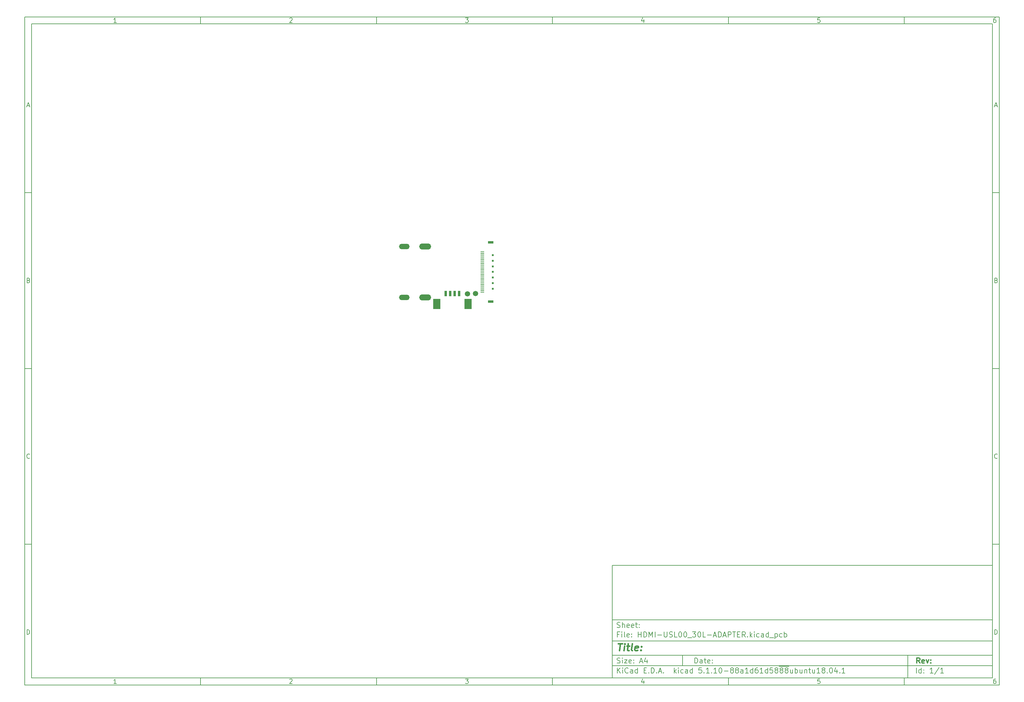
<source format=gbr>
%TF.GenerationSoftware,KiCad,Pcbnew,5.1.10-88a1d61d58~88~ubuntu18.04.1*%
%TF.CreationDate,2021-11-15T16:26:48+07:00*%
%TF.ProjectId,HDMI-USL00_30L-ADAPTER,48444d49-2d55-4534-9c30-305f33304c2d,rev?*%
%TF.SameCoordinates,Original*%
%TF.FileFunction,Soldermask,Bot*%
%TF.FilePolarity,Negative*%
%FSLAX46Y46*%
G04 Gerber Fmt 4.6, Leading zero omitted, Abs format (unit mm)*
G04 Created by KiCad (PCBNEW 5.1.10-88a1d61d58~88~ubuntu18.04.1) date 2021-11-15 16:26:48*
%MOMM*%
%LPD*%
G01*
G04 APERTURE LIST*
%ADD10C,0.100000*%
%ADD11C,0.150000*%
%ADD12C,0.300000*%
%ADD13C,0.400000*%
%ADD14C,1.500000*%
%ADD15R,1.550000X0.800000*%
%ADD16R,0.600000X0.500000*%
%ADD17R,1.100000X0.200000*%
%ADD18R,2.100000X3.000000*%
%ADD19R,0.800000X1.600000*%
%ADD20O,3.000000X1.500000*%
%ADD21O,3.400000X1.700000*%
G04 APERTURE END LIST*
D10*
D11*
X177002200Y-166007200D02*
X177002200Y-198007200D01*
X285002200Y-198007200D01*
X285002200Y-166007200D01*
X177002200Y-166007200D01*
D10*
D11*
X10000000Y-10000000D02*
X10000000Y-200007200D01*
X287002200Y-200007200D01*
X287002200Y-10000000D01*
X10000000Y-10000000D01*
D10*
D11*
X12000000Y-12000000D02*
X12000000Y-198007200D01*
X285002200Y-198007200D01*
X285002200Y-12000000D01*
X12000000Y-12000000D01*
D10*
D11*
X60000000Y-12000000D02*
X60000000Y-10000000D01*
D10*
D11*
X110000000Y-12000000D02*
X110000000Y-10000000D01*
D10*
D11*
X160000000Y-12000000D02*
X160000000Y-10000000D01*
D10*
D11*
X210000000Y-12000000D02*
X210000000Y-10000000D01*
D10*
D11*
X260000000Y-12000000D02*
X260000000Y-10000000D01*
D10*
D11*
X36065476Y-11588095D02*
X35322619Y-11588095D01*
X35694047Y-11588095D02*
X35694047Y-10288095D01*
X35570238Y-10473809D01*
X35446428Y-10597619D01*
X35322619Y-10659523D01*
D10*
D11*
X85322619Y-10411904D02*
X85384523Y-10350000D01*
X85508333Y-10288095D01*
X85817857Y-10288095D01*
X85941666Y-10350000D01*
X86003571Y-10411904D01*
X86065476Y-10535714D01*
X86065476Y-10659523D01*
X86003571Y-10845238D01*
X85260714Y-11588095D01*
X86065476Y-11588095D01*
D10*
D11*
X135260714Y-10288095D02*
X136065476Y-10288095D01*
X135632142Y-10783333D01*
X135817857Y-10783333D01*
X135941666Y-10845238D01*
X136003571Y-10907142D01*
X136065476Y-11030952D01*
X136065476Y-11340476D01*
X136003571Y-11464285D01*
X135941666Y-11526190D01*
X135817857Y-11588095D01*
X135446428Y-11588095D01*
X135322619Y-11526190D01*
X135260714Y-11464285D01*
D10*
D11*
X185941666Y-10721428D02*
X185941666Y-11588095D01*
X185632142Y-10226190D02*
X185322619Y-11154761D01*
X186127380Y-11154761D01*
D10*
D11*
X236003571Y-10288095D02*
X235384523Y-10288095D01*
X235322619Y-10907142D01*
X235384523Y-10845238D01*
X235508333Y-10783333D01*
X235817857Y-10783333D01*
X235941666Y-10845238D01*
X236003571Y-10907142D01*
X236065476Y-11030952D01*
X236065476Y-11340476D01*
X236003571Y-11464285D01*
X235941666Y-11526190D01*
X235817857Y-11588095D01*
X235508333Y-11588095D01*
X235384523Y-11526190D01*
X235322619Y-11464285D01*
D10*
D11*
X285941666Y-10288095D02*
X285694047Y-10288095D01*
X285570238Y-10350000D01*
X285508333Y-10411904D01*
X285384523Y-10597619D01*
X285322619Y-10845238D01*
X285322619Y-11340476D01*
X285384523Y-11464285D01*
X285446428Y-11526190D01*
X285570238Y-11588095D01*
X285817857Y-11588095D01*
X285941666Y-11526190D01*
X286003571Y-11464285D01*
X286065476Y-11340476D01*
X286065476Y-11030952D01*
X286003571Y-10907142D01*
X285941666Y-10845238D01*
X285817857Y-10783333D01*
X285570238Y-10783333D01*
X285446428Y-10845238D01*
X285384523Y-10907142D01*
X285322619Y-11030952D01*
D10*
D11*
X60000000Y-198007200D02*
X60000000Y-200007200D01*
D10*
D11*
X110000000Y-198007200D02*
X110000000Y-200007200D01*
D10*
D11*
X160000000Y-198007200D02*
X160000000Y-200007200D01*
D10*
D11*
X210000000Y-198007200D02*
X210000000Y-200007200D01*
D10*
D11*
X260000000Y-198007200D02*
X260000000Y-200007200D01*
D10*
D11*
X36065476Y-199595295D02*
X35322619Y-199595295D01*
X35694047Y-199595295D02*
X35694047Y-198295295D01*
X35570238Y-198481009D01*
X35446428Y-198604819D01*
X35322619Y-198666723D01*
D10*
D11*
X85322619Y-198419104D02*
X85384523Y-198357200D01*
X85508333Y-198295295D01*
X85817857Y-198295295D01*
X85941666Y-198357200D01*
X86003571Y-198419104D01*
X86065476Y-198542914D01*
X86065476Y-198666723D01*
X86003571Y-198852438D01*
X85260714Y-199595295D01*
X86065476Y-199595295D01*
D10*
D11*
X135260714Y-198295295D02*
X136065476Y-198295295D01*
X135632142Y-198790533D01*
X135817857Y-198790533D01*
X135941666Y-198852438D01*
X136003571Y-198914342D01*
X136065476Y-199038152D01*
X136065476Y-199347676D01*
X136003571Y-199471485D01*
X135941666Y-199533390D01*
X135817857Y-199595295D01*
X135446428Y-199595295D01*
X135322619Y-199533390D01*
X135260714Y-199471485D01*
D10*
D11*
X185941666Y-198728628D02*
X185941666Y-199595295D01*
X185632142Y-198233390D02*
X185322619Y-199161961D01*
X186127380Y-199161961D01*
D10*
D11*
X236003571Y-198295295D02*
X235384523Y-198295295D01*
X235322619Y-198914342D01*
X235384523Y-198852438D01*
X235508333Y-198790533D01*
X235817857Y-198790533D01*
X235941666Y-198852438D01*
X236003571Y-198914342D01*
X236065476Y-199038152D01*
X236065476Y-199347676D01*
X236003571Y-199471485D01*
X235941666Y-199533390D01*
X235817857Y-199595295D01*
X235508333Y-199595295D01*
X235384523Y-199533390D01*
X235322619Y-199471485D01*
D10*
D11*
X285941666Y-198295295D02*
X285694047Y-198295295D01*
X285570238Y-198357200D01*
X285508333Y-198419104D01*
X285384523Y-198604819D01*
X285322619Y-198852438D01*
X285322619Y-199347676D01*
X285384523Y-199471485D01*
X285446428Y-199533390D01*
X285570238Y-199595295D01*
X285817857Y-199595295D01*
X285941666Y-199533390D01*
X286003571Y-199471485D01*
X286065476Y-199347676D01*
X286065476Y-199038152D01*
X286003571Y-198914342D01*
X285941666Y-198852438D01*
X285817857Y-198790533D01*
X285570238Y-198790533D01*
X285446428Y-198852438D01*
X285384523Y-198914342D01*
X285322619Y-199038152D01*
D10*
D11*
X10000000Y-60000000D02*
X12000000Y-60000000D01*
D10*
D11*
X10000000Y-110000000D02*
X12000000Y-110000000D01*
D10*
D11*
X10000000Y-160000000D02*
X12000000Y-160000000D01*
D10*
D11*
X10690476Y-35216666D02*
X11309523Y-35216666D01*
X10566666Y-35588095D02*
X11000000Y-34288095D01*
X11433333Y-35588095D01*
D10*
D11*
X11092857Y-84907142D02*
X11278571Y-84969047D01*
X11340476Y-85030952D01*
X11402380Y-85154761D01*
X11402380Y-85340476D01*
X11340476Y-85464285D01*
X11278571Y-85526190D01*
X11154761Y-85588095D01*
X10659523Y-85588095D01*
X10659523Y-84288095D01*
X11092857Y-84288095D01*
X11216666Y-84350000D01*
X11278571Y-84411904D01*
X11340476Y-84535714D01*
X11340476Y-84659523D01*
X11278571Y-84783333D01*
X11216666Y-84845238D01*
X11092857Y-84907142D01*
X10659523Y-84907142D01*
D10*
D11*
X11402380Y-135464285D02*
X11340476Y-135526190D01*
X11154761Y-135588095D01*
X11030952Y-135588095D01*
X10845238Y-135526190D01*
X10721428Y-135402380D01*
X10659523Y-135278571D01*
X10597619Y-135030952D01*
X10597619Y-134845238D01*
X10659523Y-134597619D01*
X10721428Y-134473809D01*
X10845238Y-134350000D01*
X11030952Y-134288095D01*
X11154761Y-134288095D01*
X11340476Y-134350000D01*
X11402380Y-134411904D01*
D10*
D11*
X10659523Y-185588095D02*
X10659523Y-184288095D01*
X10969047Y-184288095D01*
X11154761Y-184350000D01*
X11278571Y-184473809D01*
X11340476Y-184597619D01*
X11402380Y-184845238D01*
X11402380Y-185030952D01*
X11340476Y-185278571D01*
X11278571Y-185402380D01*
X11154761Y-185526190D01*
X10969047Y-185588095D01*
X10659523Y-185588095D01*
D10*
D11*
X287002200Y-60000000D02*
X285002200Y-60000000D01*
D10*
D11*
X287002200Y-110000000D02*
X285002200Y-110000000D01*
D10*
D11*
X287002200Y-160000000D02*
X285002200Y-160000000D01*
D10*
D11*
X285692676Y-35216666D02*
X286311723Y-35216666D01*
X285568866Y-35588095D02*
X286002200Y-34288095D01*
X286435533Y-35588095D01*
D10*
D11*
X286095057Y-84907142D02*
X286280771Y-84969047D01*
X286342676Y-85030952D01*
X286404580Y-85154761D01*
X286404580Y-85340476D01*
X286342676Y-85464285D01*
X286280771Y-85526190D01*
X286156961Y-85588095D01*
X285661723Y-85588095D01*
X285661723Y-84288095D01*
X286095057Y-84288095D01*
X286218866Y-84350000D01*
X286280771Y-84411904D01*
X286342676Y-84535714D01*
X286342676Y-84659523D01*
X286280771Y-84783333D01*
X286218866Y-84845238D01*
X286095057Y-84907142D01*
X285661723Y-84907142D01*
D10*
D11*
X286404580Y-135464285D02*
X286342676Y-135526190D01*
X286156961Y-135588095D01*
X286033152Y-135588095D01*
X285847438Y-135526190D01*
X285723628Y-135402380D01*
X285661723Y-135278571D01*
X285599819Y-135030952D01*
X285599819Y-134845238D01*
X285661723Y-134597619D01*
X285723628Y-134473809D01*
X285847438Y-134350000D01*
X286033152Y-134288095D01*
X286156961Y-134288095D01*
X286342676Y-134350000D01*
X286404580Y-134411904D01*
D10*
D11*
X285661723Y-185588095D02*
X285661723Y-184288095D01*
X285971247Y-184288095D01*
X286156961Y-184350000D01*
X286280771Y-184473809D01*
X286342676Y-184597619D01*
X286404580Y-184845238D01*
X286404580Y-185030952D01*
X286342676Y-185278571D01*
X286280771Y-185402380D01*
X286156961Y-185526190D01*
X285971247Y-185588095D01*
X285661723Y-185588095D01*
D10*
D11*
X200434342Y-193785771D02*
X200434342Y-192285771D01*
X200791485Y-192285771D01*
X201005771Y-192357200D01*
X201148628Y-192500057D01*
X201220057Y-192642914D01*
X201291485Y-192928628D01*
X201291485Y-193142914D01*
X201220057Y-193428628D01*
X201148628Y-193571485D01*
X201005771Y-193714342D01*
X200791485Y-193785771D01*
X200434342Y-193785771D01*
X202577200Y-193785771D02*
X202577200Y-193000057D01*
X202505771Y-192857200D01*
X202362914Y-192785771D01*
X202077200Y-192785771D01*
X201934342Y-192857200D01*
X202577200Y-193714342D02*
X202434342Y-193785771D01*
X202077200Y-193785771D01*
X201934342Y-193714342D01*
X201862914Y-193571485D01*
X201862914Y-193428628D01*
X201934342Y-193285771D01*
X202077200Y-193214342D01*
X202434342Y-193214342D01*
X202577200Y-193142914D01*
X203077200Y-192785771D02*
X203648628Y-192785771D01*
X203291485Y-192285771D02*
X203291485Y-193571485D01*
X203362914Y-193714342D01*
X203505771Y-193785771D01*
X203648628Y-193785771D01*
X204720057Y-193714342D02*
X204577200Y-193785771D01*
X204291485Y-193785771D01*
X204148628Y-193714342D01*
X204077200Y-193571485D01*
X204077200Y-193000057D01*
X204148628Y-192857200D01*
X204291485Y-192785771D01*
X204577200Y-192785771D01*
X204720057Y-192857200D01*
X204791485Y-193000057D01*
X204791485Y-193142914D01*
X204077200Y-193285771D01*
X205434342Y-193642914D02*
X205505771Y-193714342D01*
X205434342Y-193785771D01*
X205362914Y-193714342D01*
X205434342Y-193642914D01*
X205434342Y-193785771D01*
X205434342Y-192857200D02*
X205505771Y-192928628D01*
X205434342Y-193000057D01*
X205362914Y-192928628D01*
X205434342Y-192857200D01*
X205434342Y-193000057D01*
D10*
D11*
X177002200Y-194507200D02*
X285002200Y-194507200D01*
D10*
D11*
X178434342Y-196585771D02*
X178434342Y-195085771D01*
X179291485Y-196585771D02*
X178648628Y-195728628D01*
X179291485Y-195085771D02*
X178434342Y-195942914D01*
X179934342Y-196585771D02*
X179934342Y-195585771D01*
X179934342Y-195085771D02*
X179862914Y-195157200D01*
X179934342Y-195228628D01*
X180005771Y-195157200D01*
X179934342Y-195085771D01*
X179934342Y-195228628D01*
X181505771Y-196442914D02*
X181434342Y-196514342D01*
X181220057Y-196585771D01*
X181077200Y-196585771D01*
X180862914Y-196514342D01*
X180720057Y-196371485D01*
X180648628Y-196228628D01*
X180577200Y-195942914D01*
X180577200Y-195728628D01*
X180648628Y-195442914D01*
X180720057Y-195300057D01*
X180862914Y-195157200D01*
X181077200Y-195085771D01*
X181220057Y-195085771D01*
X181434342Y-195157200D01*
X181505771Y-195228628D01*
X182791485Y-196585771D02*
X182791485Y-195800057D01*
X182720057Y-195657200D01*
X182577200Y-195585771D01*
X182291485Y-195585771D01*
X182148628Y-195657200D01*
X182791485Y-196514342D02*
X182648628Y-196585771D01*
X182291485Y-196585771D01*
X182148628Y-196514342D01*
X182077200Y-196371485D01*
X182077200Y-196228628D01*
X182148628Y-196085771D01*
X182291485Y-196014342D01*
X182648628Y-196014342D01*
X182791485Y-195942914D01*
X184148628Y-196585771D02*
X184148628Y-195085771D01*
X184148628Y-196514342D02*
X184005771Y-196585771D01*
X183720057Y-196585771D01*
X183577200Y-196514342D01*
X183505771Y-196442914D01*
X183434342Y-196300057D01*
X183434342Y-195871485D01*
X183505771Y-195728628D01*
X183577200Y-195657200D01*
X183720057Y-195585771D01*
X184005771Y-195585771D01*
X184148628Y-195657200D01*
X186005771Y-195800057D02*
X186505771Y-195800057D01*
X186720057Y-196585771D02*
X186005771Y-196585771D01*
X186005771Y-195085771D01*
X186720057Y-195085771D01*
X187362914Y-196442914D02*
X187434342Y-196514342D01*
X187362914Y-196585771D01*
X187291485Y-196514342D01*
X187362914Y-196442914D01*
X187362914Y-196585771D01*
X188077200Y-196585771D02*
X188077200Y-195085771D01*
X188434342Y-195085771D01*
X188648628Y-195157200D01*
X188791485Y-195300057D01*
X188862914Y-195442914D01*
X188934342Y-195728628D01*
X188934342Y-195942914D01*
X188862914Y-196228628D01*
X188791485Y-196371485D01*
X188648628Y-196514342D01*
X188434342Y-196585771D01*
X188077200Y-196585771D01*
X189577200Y-196442914D02*
X189648628Y-196514342D01*
X189577200Y-196585771D01*
X189505771Y-196514342D01*
X189577200Y-196442914D01*
X189577200Y-196585771D01*
X190220057Y-196157200D02*
X190934342Y-196157200D01*
X190077200Y-196585771D02*
X190577200Y-195085771D01*
X191077200Y-196585771D01*
X191577200Y-196442914D02*
X191648628Y-196514342D01*
X191577200Y-196585771D01*
X191505771Y-196514342D01*
X191577200Y-196442914D01*
X191577200Y-196585771D01*
X194577200Y-196585771D02*
X194577200Y-195085771D01*
X194720057Y-196014342D02*
X195148628Y-196585771D01*
X195148628Y-195585771D02*
X194577200Y-196157200D01*
X195791485Y-196585771D02*
X195791485Y-195585771D01*
X195791485Y-195085771D02*
X195720057Y-195157200D01*
X195791485Y-195228628D01*
X195862914Y-195157200D01*
X195791485Y-195085771D01*
X195791485Y-195228628D01*
X197148628Y-196514342D02*
X197005771Y-196585771D01*
X196720057Y-196585771D01*
X196577200Y-196514342D01*
X196505771Y-196442914D01*
X196434342Y-196300057D01*
X196434342Y-195871485D01*
X196505771Y-195728628D01*
X196577200Y-195657200D01*
X196720057Y-195585771D01*
X197005771Y-195585771D01*
X197148628Y-195657200D01*
X198434342Y-196585771D02*
X198434342Y-195800057D01*
X198362914Y-195657200D01*
X198220057Y-195585771D01*
X197934342Y-195585771D01*
X197791485Y-195657200D01*
X198434342Y-196514342D02*
X198291485Y-196585771D01*
X197934342Y-196585771D01*
X197791485Y-196514342D01*
X197720057Y-196371485D01*
X197720057Y-196228628D01*
X197791485Y-196085771D01*
X197934342Y-196014342D01*
X198291485Y-196014342D01*
X198434342Y-195942914D01*
X199791485Y-196585771D02*
X199791485Y-195085771D01*
X199791485Y-196514342D02*
X199648628Y-196585771D01*
X199362914Y-196585771D01*
X199220057Y-196514342D01*
X199148628Y-196442914D01*
X199077200Y-196300057D01*
X199077200Y-195871485D01*
X199148628Y-195728628D01*
X199220057Y-195657200D01*
X199362914Y-195585771D01*
X199648628Y-195585771D01*
X199791485Y-195657200D01*
X202362914Y-195085771D02*
X201648628Y-195085771D01*
X201577200Y-195800057D01*
X201648628Y-195728628D01*
X201791485Y-195657200D01*
X202148628Y-195657200D01*
X202291485Y-195728628D01*
X202362914Y-195800057D01*
X202434342Y-195942914D01*
X202434342Y-196300057D01*
X202362914Y-196442914D01*
X202291485Y-196514342D01*
X202148628Y-196585771D01*
X201791485Y-196585771D01*
X201648628Y-196514342D01*
X201577200Y-196442914D01*
X203077200Y-196442914D02*
X203148628Y-196514342D01*
X203077200Y-196585771D01*
X203005771Y-196514342D01*
X203077200Y-196442914D01*
X203077200Y-196585771D01*
X204577200Y-196585771D02*
X203720057Y-196585771D01*
X204148628Y-196585771D02*
X204148628Y-195085771D01*
X204005771Y-195300057D01*
X203862914Y-195442914D01*
X203720057Y-195514342D01*
X205220057Y-196442914D02*
X205291485Y-196514342D01*
X205220057Y-196585771D01*
X205148628Y-196514342D01*
X205220057Y-196442914D01*
X205220057Y-196585771D01*
X206720057Y-196585771D02*
X205862914Y-196585771D01*
X206291485Y-196585771D02*
X206291485Y-195085771D01*
X206148628Y-195300057D01*
X206005771Y-195442914D01*
X205862914Y-195514342D01*
X207648628Y-195085771D02*
X207791485Y-195085771D01*
X207934342Y-195157200D01*
X208005771Y-195228628D01*
X208077200Y-195371485D01*
X208148628Y-195657200D01*
X208148628Y-196014342D01*
X208077200Y-196300057D01*
X208005771Y-196442914D01*
X207934342Y-196514342D01*
X207791485Y-196585771D01*
X207648628Y-196585771D01*
X207505771Y-196514342D01*
X207434342Y-196442914D01*
X207362914Y-196300057D01*
X207291485Y-196014342D01*
X207291485Y-195657200D01*
X207362914Y-195371485D01*
X207434342Y-195228628D01*
X207505771Y-195157200D01*
X207648628Y-195085771D01*
X208791485Y-196014342D02*
X209934342Y-196014342D01*
X210862914Y-195728628D02*
X210720057Y-195657200D01*
X210648628Y-195585771D01*
X210577200Y-195442914D01*
X210577200Y-195371485D01*
X210648628Y-195228628D01*
X210720057Y-195157200D01*
X210862914Y-195085771D01*
X211148628Y-195085771D01*
X211291485Y-195157200D01*
X211362914Y-195228628D01*
X211434342Y-195371485D01*
X211434342Y-195442914D01*
X211362914Y-195585771D01*
X211291485Y-195657200D01*
X211148628Y-195728628D01*
X210862914Y-195728628D01*
X210720057Y-195800057D01*
X210648628Y-195871485D01*
X210577200Y-196014342D01*
X210577200Y-196300057D01*
X210648628Y-196442914D01*
X210720057Y-196514342D01*
X210862914Y-196585771D01*
X211148628Y-196585771D01*
X211291485Y-196514342D01*
X211362914Y-196442914D01*
X211434342Y-196300057D01*
X211434342Y-196014342D01*
X211362914Y-195871485D01*
X211291485Y-195800057D01*
X211148628Y-195728628D01*
X212291485Y-195728628D02*
X212148628Y-195657200D01*
X212077200Y-195585771D01*
X212005771Y-195442914D01*
X212005771Y-195371485D01*
X212077200Y-195228628D01*
X212148628Y-195157200D01*
X212291485Y-195085771D01*
X212577200Y-195085771D01*
X212720057Y-195157200D01*
X212791485Y-195228628D01*
X212862914Y-195371485D01*
X212862914Y-195442914D01*
X212791485Y-195585771D01*
X212720057Y-195657200D01*
X212577200Y-195728628D01*
X212291485Y-195728628D01*
X212148628Y-195800057D01*
X212077200Y-195871485D01*
X212005771Y-196014342D01*
X212005771Y-196300057D01*
X212077200Y-196442914D01*
X212148628Y-196514342D01*
X212291485Y-196585771D01*
X212577200Y-196585771D01*
X212720057Y-196514342D01*
X212791485Y-196442914D01*
X212862914Y-196300057D01*
X212862914Y-196014342D01*
X212791485Y-195871485D01*
X212720057Y-195800057D01*
X212577200Y-195728628D01*
X214148628Y-196585771D02*
X214148628Y-195800057D01*
X214077200Y-195657200D01*
X213934342Y-195585771D01*
X213648628Y-195585771D01*
X213505771Y-195657200D01*
X214148628Y-196514342D02*
X214005771Y-196585771D01*
X213648628Y-196585771D01*
X213505771Y-196514342D01*
X213434342Y-196371485D01*
X213434342Y-196228628D01*
X213505771Y-196085771D01*
X213648628Y-196014342D01*
X214005771Y-196014342D01*
X214148628Y-195942914D01*
X215648628Y-196585771D02*
X214791485Y-196585771D01*
X215220057Y-196585771D02*
X215220057Y-195085771D01*
X215077200Y-195300057D01*
X214934342Y-195442914D01*
X214791485Y-195514342D01*
X216934342Y-196585771D02*
X216934342Y-195085771D01*
X216934342Y-196514342D02*
X216791485Y-196585771D01*
X216505771Y-196585771D01*
X216362914Y-196514342D01*
X216291485Y-196442914D01*
X216220057Y-196300057D01*
X216220057Y-195871485D01*
X216291485Y-195728628D01*
X216362914Y-195657200D01*
X216505771Y-195585771D01*
X216791485Y-195585771D01*
X216934342Y-195657200D01*
X218291485Y-195085771D02*
X218005771Y-195085771D01*
X217862914Y-195157200D01*
X217791485Y-195228628D01*
X217648628Y-195442914D01*
X217577200Y-195728628D01*
X217577200Y-196300057D01*
X217648628Y-196442914D01*
X217720057Y-196514342D01*
X217862914Y-196585771D01*
X218148628Y-196585771D01*
X218291485Y-196514342D01*
X218362914Y-196442914D01*
X218434342Y-196300057D01*
X218434342Y-195942914D01*
X218362914Y-195800057D01*
X218291485Y-195728628D01*
X218148628Y-195657200D01*
X217862914Y-195657200D01*
X217720057Y-195728628D01*
X217648628Y-195800057D01*
X217577200Y-195942914D01*
X219862914Y-196585771D02*
X219005771Y-196585771D01*
X219434342Y-196585771D02*
X219434342Y-195085771D01*
X219291485Y-195300057D01*
X219148628Y-195442914D01*
X219005771Y-195514342D01*
X221148628Y-196585771D02*
X221148628Y-195085771D01*
X221148628Y-196514342D02*
X221005771Y-196585771D01*
X220720057Y-196585771D01*
X220577200Y-196514342D01*
X220505771Y-196442914D01*
X220434342Y-196300057D01*
X220434342Y-195871485D01*
X220505771Y-195728628D01*
X220577200Y-195657200D01*
X220720057Y-195585771D01*
X221005771Y-195585771D01*
X221148628Y-195657200D01*
X222577200Y-195085771D02*
X221862914Y-195085771D01*
X221791485Y-195800057D01*
X221862914Y-195728628D01*
X222005771Y-195657200D01*
X222362914Y-195657200D01*
X222505771Y-195728628D01*
X222577200Y-195800057D01*
X222648628Y-195942914D01*
X222648628Y-196300057D01*
X222577200Y-196442914D01*
X222505771Y-196514342D01*
X222362914Y-196585771D01*
X222005771Y-196585771D01*
X221862914Y-196514342D01*
X221791485Y-196442914D01*
X223505771Y-195728628D02*
X223362914Y-195657200D01*
X223291485Y-195585771D01*
X223220057Y-195442914D01*
X223220057Y-195371485D01*
X223291485Y-195228628D01*
X223362914Y-195157200D01*
X223505771Y-195085771D01*
X223791485Y-195085771D01*
X223934342Y-195157200D01*
X224005771Y-195228628D01*
X224077200Y-195371485D01*
X224077200Y-195442914D01*
X224005771Y-195585771D01*
X223934342Y-195657200D01*
X223791485Y-195728628D01*
X223505771Y-195728628D01*
X223362914Y-195800057D01*
X223291485Y-195871485D01*
X223220057Y-196014342D01*
X223220057Y-196300057D01*
X223291485Y-196442914D01*
X223362914Y-196514342D01*
X223505771Y-196585771D01*
X223791485Y-196585771D01*
X223934342Y-196514342D01*
X224005771Y-196442914D01*
X224077200Y-196300057D01*
X224077200Y-196014342D01*
X224005771Y-195871485D01*
X223934342Y-195800057D01*
X223791485Y-195728628D01*
X224362914Y-194677200D02*
X225791485Y-194677200D01*
X224934342Y-195728628D02*
X224791485Y-195657200D01*
X224720057Y-195585771D01*
X224648628Y-195442914D01*
X224648628Y-195371485D01*
X224720057Y-195228628D01*
X224791485Y-195157200D01*
X224934342Y-195085771D01*
X225220057Y-195085771D01*
X225362914Y-195157200D01*
X225434342Y-195228628D01*
X225505771Y-195371485D01*
X225505771Y-195442914D01*
X225434342Y-195585771D01*
X225362914Y-195657200D01*
X225220057Y-195728628D01*
X224934342Y-195728628D01*
X224791485Y-195800057D01*
X224720057Y-195871485D01*
X224648628Y-196014342D01*
X224648628Y-196300057D01*
X224720057Y-196442914D01*
X224791485Y-196514342D01*
X224934342Y-196585771D01*
X225220057Y-196585771D01*
X225362914Y-196514342D01*
X225434342Y-196442914D01*
X225505771Y-196300057D01*
X225505771Y-196014342D01*
X225434342Y-195871485D01*
X225362914Y-195800057D01*
X225220057Y-195728628D01*
X225791485Y-194677200D02*
X227220057Y-194677200D01*
X226362914Y-195728628D02*
X226220057Y-195657200D01*
X226148628Y-195585771D01*
X226077199Y-195442914D01*
X226077199Y-195371485D01*
X226148628Y-195228628D01*
X226220057Y-195157200D01*
X226362914Y-195085771D01*
X226648628Y-195085771D01*
X226791485Y-195157200D01*
X226862914Y-195228628D01*
X226934342Y-195371485D01*
X226934342Y-195442914D01*
X226862914Y-195585771D01*
X226791485Y-195657200D01*
X226648628Y-195728628D01*
X226362914Y-195728628D01*
X226220057Y-195800057D01*
X226148628Y-195871485D01*
X226077199Y-196014342D01*
X226077199Y-196300057D01*
X226148628Y-196442914D01*
X226220057Y-196514342D01*
X226362914Y-196585771D01*
X226648628Y-196585771D01*
X226791485Y-196514342D01*
X226862914Y-196442914D01*
X226934342Y-196300057D01*
X226934342Y-196014342D01*
X226862914Y-195871485D01*
X226791485Y-195800057D01*
X226648628Y-195728628D01*
X228220057Y-195585771D02*
X228220057Y-196585771D01*
X227577199Y-195585771D02*
X227577199Y-196371485D01*
X227648628Y-196514342D01*
X227791485Y-196585771D01*
X228005771Y-196585771D01*
X228148628Y-196514342D01*
X228220057Y-196442914D01*
X228934342Y-196585771D02*
X228934342Y-195085771D01*
X228934342Y-195657200D02*
X229077199Y-195585771D01*
X229362914Y-195585771D01*
X229505771Y-195657200D01*
X229577199Y-195728628D01*
X229648628Y-195871485D01*
X229648628Y-196300057D01*
X229577199Y-196442914D01*
X229505771Y-196514342D01*
X229362914Y-196585771D01*
X229077199Y-196585771D01*
X228934342Y-196514342D01*
X230934342Y-195585771D02*
X230934342Y-196585771D01*
X230291485Y-195585771D02*
X230291485Y-196371485D01*
X230362914Y-196514342D01*
X230505771Y-196585771D01*
X230720057Y-196585771D01*
X230862914Y-196514342D01*
X230934342Y-196442914D01*
X231648628Y-195585771D02*
X231648628Y-196585771D01*
X231648628Y-195728628D02*
X231720057Y-195657200D01*
X231862914Y-195585771D01*
X232077199Y-195585771D01*
X232220057Y-195657200D01*
X232291485Y-195800057D01*
X232291485Y-196585771D01*
X232791485Y-195585771D02*
X233362914Y-195585771D01*
X233005771Y-195085771D02*
X233005771Y-196371485D01*
X233077199Y-196514342D01*
X233220057Y-196585771D01*
X233362914Y-196585771D01*
X234505771Y-195585771D02*
X234505771Y-196585771D01*
X233862914Y-195585771D02*
X233862914Y-196371485D01*
X233934342Y-196514342D01*
X234077200Y-196585771D01*
X234291485Y-196585771D01*
X234434342Y-196514342D01*
X234505771Y-196442914D01*
X236005771Y-196585771D02*
X235148628Y-196585771D01*
X235577200Y-196585771D02*
X235577200Y-195085771D01*
X235434342Y-195300057D01*
X235291485Y-195442914D01*
X235148628Y-195514342D01*
X236862914Y-195728628D02*
X236720057Y-195657200D01*
X236648628Y-195585771D01*
X236577199Y-195442914D01*
X236577199Y-195371485D01*
X236648628Y-195228628D01*
X236720057Y-195157200D01*
X236862914Y-195085771D01*
X237148628Y-195085771D01*
X237291485Y-195157200D01*
X237362914Y-195228628D01*
X237434342Y-195371485D01*
X237434342Y-195442914D01*
X237362914Y-195585771D01*
X237291485Y-195657200D01*
X237148628Y-195728628D01*
X236862914Y-195728628D01*
X236720057Y-195800057D01*
X236648628Y-195871485D01*
X236577199Y-196014342D01*
X236577199Y-196300057D01*
X236648628Y-196442914D01*
X236720057Y-196514342D01*
X236862914Y-196585771D01*
X237148628Y-196585771D01*
X237291485Y-196514342D01*
X237362914Y-196442914D01*
X237434342Y-196300057D01*
X237434342Y-196014342D01*
X237362914Y-195871485D01*
X237291485Y-195800057D01*
X237148628Y-195728628D01*
X238077199Y-196442914D02*
X238148628Y-196514342D01*
X238077199Y-196585771D01*
X238005771Y-196514342D01*
X238077199Y-196442914D01*
X238077199Y-196585771D01*
X239077199Y-195085771D02*
X239220057Y-195085771D01*
X239362914Y-195157200D01*
X239434342Y-195228628D01*
X239505771Y-195371485D01*
X239577199Y-195657200D01*
X239577199Y-196014342D01*
X239505771Y-196300057D01*
X239434342Y-196442914D01*
X239362914Y-196514342D01*
X239220057Y-196585771D01*
X239077199Y-196585771D01*
X238934342Y-196514342D01*
X238862914Y-196442914D01*
X238791485Y-196300057D01*
X238720057Y-196014342D01*
X238720057Y-195657200D01*
X238791485Y-195371485D01*
X238862914Y-195228628D01*
X238934342Y-195157200D01*
X239077199Y-195085771D01*
X240862914Y-195585771D02*
X240862914Y-196585771D01*
X240505771Y-195014342D02*
X240148628Y-196085771D01*
X241077199Y-196085771D01*
X241648628Y-196442914D02*
X241720057Y-196514342D01*
X241648628Y-196585771D01*
X241577199Y-196514342D01*
X241648628Y-196442914D01*
X241648628Y-196585771D01*
X243148628Y-196585771D02*
X242291485Y-196585771D01*
X242720057Y-196585771D02*
X242720057Y-195085771D01*
X242577199Y-195300057D01*
X242434342Y-195442914D01*
X242291485Y-195514342D01*
D10*
D11*
X177002200Y-191507200D02*
X285002200Y-191507200D01*
D10*
D12*
X264411485Y-193785771D02*
X263911485Y-193071485D01*
X263554342Y-193785771D02*
X263554342Y-192285771D01*
X264125771Y-192285771D01*
X264268628Y-192357200D01*
X264340057Y-192428628D01*
X264411485Y-192571485D01*
X264411485Y-192785771D01*
X264340057Y-192928628D01*
X264268628Y-193000057D01*
X264125771Y-193071485D01*
X263554342Y-193071485D01*
X265625771Y-193714342D02*
X265482914Y-193785771D01*
X265197200Y-193785771D01*
X265054342Y-193714342D01*
X264982914Y-193571485D01*
X264982914Y-193000057D01*
X265054342Y-192857200D01*
X265197200Y-192785771D01*
X265482914Y-192785771D01*
X265625771Y-192857200D01*
X265697200Y-193000057D01*
X265697200Y-193142914D01*
X264982914Y-193285771D01*
X266197200Y-192785771D02*
X266554342Y-193785771D01*
X266911485Y-192785771D01*
X267482914Y-193642914D02*
X267554342Y-193714342D01*
X267482914Y-193785771D01*
X267411485Y-193714342D01*
X267482914Y-193642914D01*
X267482914Y-193785771D01*
X267482914Y-192857200D02*
X267554342Y-192928628D01*
X267482914Y-193000057D01*
X267411485Y-192928628D01*
X267482914Y-192857200D01*
X267482914Y-193000057D01*
D10*
D11*
X178362914Y-193714342D02*
X178577200Y-193785771D01*
X178934342Y-193785771D01*
X179077200Y-193714342D01*
X179148628Y-193642914D01*
X179220057Y-193500057D01*
X179220057Y-193357200D01*
X179148628Y-193214342D01*
X179077200Y-193142914D01*
X178934342Y-193071485D01*
X178648628Y-193000057D01*
X178505771Y-192928628D01*
X178434342Y-192857200D01*
X178362914Y-192714342D01*
X178362914Y-192571485D01*
X178434342Y-192428628D01*
X178505771Y-192357200D01*
X178648628Y-192285771D01*
X179005771Y-192285771D01*
X179220057Y-192357200D01*
X179862914Y-193785771D02*
X179862914Y-192785771D01*
X179862914Y-192285771D02*
X179791485Y-192357200D01*
X179862914Y-192428628D01*
X179934342Y-192357200D01*
X179862914Y-192285771D01*
X179862914Y-192428628D01*
X180434342Y-192785771D02*
X181220057Y-192785771D01*
X180434342Y-193785771D01*
X181220057Y-193785771D01*
X182362914Y-193714342D02*
X182220057Y-193785771D01*
X181934342Y-193785771D01*
X181791485Y-193714342D01*
X181720057Y-193571485D01*
X181720057Y-193000057D01*
X181791485Y-192857200D01*
X181934342Y-192785771D01*
X182220057Y-192785771D01*
X182362914Y-192857200D01*
X182434342Y-193000057D01*
X182434342Y-193142914D01*
X181720057Y-193285771D01*
X183077200Y-193642914D02*
X183148628Y-193714342D01*
X183077200Y-193785771D01*
X183005771Y-193714342D01*
X183077200Y-193642914D01*
X183077200Y-193785771D01*
X183077200Y-192857200D02*
X183148628Y-192928628D01*
X183077200Y-193000057D01*
X183005771Y-192928628D01*
X183077200Y-192857200D01*
X183077200Y-193000057D01*
X184862914Y-193357200D02*
X185577200Y-193357200D01*
X184720057Y-193785771D02*
X185220057Y-192285771D01*
X185720057Y-193785771D01*
X186862914Y-192785771D02*
X186862914Y-193785771D01*
X186505771Y-192214342D02*
X186148628Y-193285771D01*
X187077200Y-193285771D01*
D10*
D11*
X263434342Y-196585771D02*
X263434342Y-195085771D01*
X264791485Y-196585771D02*
X264791485Y-195085771D01*
X264791485Y-196514342D02*
X264648628Y-196585771D01*
X264362914Y-196585771D01*
X264220057Y-196514342D01*
X264148628Y-196442914D01*
X264077200Y-196300057D01*
X264077200Y-195871485D01*
X264148628Y-195728628D01*
X264220057Y-195657200D01*
X264362914Y-195585771D01*
X264648628Y-195585771D01*
X264791485Y-195657200D01*
X265505771Y-196442914D02*
X265577200Y-196514342D01*
X265505771Y-196585771D01*
X265434342Y-196514342D01*
X265505771Y-196442914D01*
X265505771Y-196585771D01*
X265505771Y-195657200D02*
X265577200Y-195728628D01*
X265505771Y-195800057D01*
X265434342Y-195728628D01*
X265505771Y-195657200D01*
X265505771Y-195800057D01*
X268148628Y-196585771D02*
X267291485Y-196585771D01*
X267720057Y-196585771D02*
X267720057Y-195085771D01*
X267577200Y-195300057D01*
X267434342Y-195442914D01*
X267291485Y-195514342D01*
X269862914Y-195014342D02*
X268577200Y-196942914D01*
X271148628Y-196585771D02*
X270291485Y-196585771D01*
X270720057Y-196585771D02*
X270720057Y-195085771D01*
X270577200Y-195300057D01*
X270434342Y-195442914D01*
X270291485Y-195514342D01*
D10*
D11*
X177002200Y-187507200D02*
X285002200Y-187507200D01*
D10*
D13*
X178714580Y-188211961D02*
X179857438Y-188211961D01*
X179036009Y-190211961D02*
X179286009Y-188211961D01*
X180274104Y-190211961D02*
X180440771Y-188878628D01*
X180524104Y-188211961D02*
X180416961Y-188307200D01*
X180500295Y-188402438D01*
X180607438Y-188307200D01*
X180524104Y-188211961D01*
X180500295Y-188402438D01*
X181107438Y-188878628D02*
X181869342Y-188878628D01*
X181476485Y-188211961D02*
X181262200Y-189926247D01*
X181333628Y-190116723D01*
X181512200Y-190211961D01*
X181702676Y-190211961D01*
X182655057Y-190211961D02*
X182476485Y-190116723D01*
X182405057Y-189926247D01*
X182619342Y-188211961D01*
X184190771Y-190116723D02*
X183988390Y-190211961D01*
X183607438Y-190211961D01*
X183428866Y-190116723D01*
X183357438Y-189926247D01*
X183452676Y-189164342D01*
X183571723Y-188973866D01*
X183774104Y-188878628D01*
X184155057Y-188878628D01*
X184333628Y-188973866D01*
X184405057Y-189164342D01*
X184381247Y-189354819D01*
X183405057Y-189545295D01*
X185155057Y-190021485D02*
X185238390Y-190116723D01*
X185131247Y-190211961D01*
X185047914Y-190116723D01*
X185155057Y-190021485D01*
X185131247Y-190211961D01*
X185286009Y-188973866D02*
X185369342Y-189069104D01*
X185262200Y-189164342D01*
X185178866Y-189069104D01*
X185286009Y-188973866D01*
X185262200Y-189164342D01*
D10*
D11*
X178934342Y-185600057D02*
X178434342Y-185600057D01*
X178434342Y-186385771D02*
X178434342Y-184885771D01*
X179148628Y-184885771D01*
X179720057Y-186385771D02*
X179720057Y-185385771D01*
X179720057Y-184885771D02*
X179648628Y-184957200D01*
X179720057Y-185028628D01*
X179791485Y-184957200D01*
X179720057Y-184885771D01*
X179720057Y-185028628D01*
X180648628Y-186385771D02*
X180505771Y-186314342D01*
X180434342Y-186171485D01*
X180434342Y-184885771D01*
X181791485Y-186314342D02*
X181648628Y-186385771D01*
X181362914Y-186385771D01*
X181220057Y-186314342D01*
X181148628Y-186171485D01*
X181148628Y-185600057D01*
X181220057Y-185457200D01*
X181362914Y-185385771D01*
X181648628Y-185385771D01*
X181791485Y-185457200D01*
X181862914Y-185600057D01*
X181862914Y-185742914D01*
X181148628Y-185885771D01*
X182505771Y-186242914D02*
X182577200Y-186314342D01*
X182505771Y-186385771D01*
X182434342Y-186314342D01*
X182505771Y-186242914D01*
X182505771Y-186385771D01*
X182505771Y-185457200D02*
X182577200Y-185528628D01*
X182505771Y-185600057D01*
X182434342Y-185528628D01*
X182505771Y-185457200D01*
X182505771Y-185600057D01*
X184362914Y-186385771D02*
X184362914Y-184885771D01*
X184362914Y-185600057D02*
X185220057Y-185600057D01*
X185220057Y-186385771D02*
X185220057Y-184885771D01*
X185934342Y-186385771D02*
X185934342Y-184885771D01*
X186291485Y-184885771D01*
X186505771Y-184957200D01*
X186648628Y-185100057D01*
X186720057Y-185242914D01*
X186791485Y-185528628D01*
X186791485Y-185742914D01*
X186720057Y-186028628D01*
X186648628Y-186171485D01*
X186505771Y-186314342D01*
X186291485Y-186385771D01*
X185934342Y-186385771D01*
X187434342Y-186385771D02*
X187434342Y-184885771D01*
X187934342Y-185957200D01*
X188434342Y-184885771D01*
X188434342Y-186385771D01*
X189148628Y-186385771D02*
X189148628Y-184885771D01*
X189862914Y-185814342D02*
X191005771Y-185814342D01*
X191720057Y-184885771D02*
X191720057Y-186100057D01*
X191791485Y-186242914D01*
X191862914Y-186314342D01*
X192005771Y-186385771D01*
X192291485Y-186385771D01*
X192434342Y-186314342D01*
X192505771Y-186242914D01*
X192577200Y-186100057D01*
X192577200Y-184885771D01*
X193220057Y-186314342D02*
X193434342Y-186385771D01*
X193791485Y-186385771D01*
X193934342Y-186314342D01*
X194005771Y-186242914D01*
X194077200Y-186100057D01*
X194077200Y-185957200D01*
X194005771Y-185814342D01*
X193934342Y-185742914D01*
X193791485Y-185671485D01*
X193505771Y-185600057D01*
X193362914Y-185528628D01*
X193291485Y-185457200D01*
X193220057Y-185314342D01*
X193220057Y-185171485D01*
X193291485Y-185028628D01*
X193362914Y-184957200D01*
X193505771Y-184885771D01*
X193862914Y-184885771D01*
X194077200Y-184957200D01*
X195434342Y-186385771D02*
X194720057Y-186385771D01*
X194720057Y-184885771D01*
X196220057Y-184885771D02*
X196362914Y-184885771D01*
X196505771Y-184957200D01*
X196577200Y-185028628D01*
X196648628Y-185171485D01*
X196720057Y-185457200D01*
X196720057Y-185814342D01*
X196648628Y-186100057D01*
X196577200Y-186242914D01*
X196505771Y-186314342D01*
X196362914Y-186385771D01*
X196220057Y-186385771D01*
X196077200Y-186314342D01*
X196005771Y-186242914D01*
X195934342Y-186100057D01*
X195862914Y-185814342D01*
X195862914Y-185457200D01*
X195934342Y-185171485D01*
X196005771Y-185028628D01*
X196077200Y-184957200D01*
X196220057Y-184885771D01*
X197648628Y-184885771D02*
X197791485Y-184885771D01*
X197934342Y-184957200D01*
X198005771Y-185028628D01*
X198077200Y-185171485D01*
X198148628Y-185457200D01*
X198148628Y-185814342D01*
X198077200Y-186100057D01*
X198005771Y-186242914D01*
X197934342Y-186314342D01*
X197791485Y-186385771D01*
X197648628Y-186385771D01*
X197505771Y-186314342D01*
X197434342Y-186242914D01*
X197362914Y-186100057D01*
X197291485Y-185814342D01*
X197291485Y-185457200D01*
X197362914Y-185171485D01*
X197434342Y-185028628D01*
X197505771Y-184957200D01*
X197648628Y-184885771D01*
X198434342Y-186528628D02*
X199577200Y-186528628D01*
X199791485Y-184885771D02*
X200720057Y-184885771D01*
X200220057Y-185457200D01*
X200434342Y-185457200D01*
X200577200Y-185528628D01*
X200648628Y-185600057D01*
X200720057Y-185742914D01*
X200720057Y-186100057D01*
X200648628Y-186242914D01*
X200577200Y-186314342D01*
X200434342Y-186385771D01*
X200005771Y-186385771D01*
X199862914Y-186314342D01*
X199791485Y-186242914D01*
X201648628Y-184885771D02*
X201791485Y-184885771D01*
X201934342Y-184957200D01*
X202005771Y-185028628D01*
X202077200Y-185171485D01*
X202148628Y-185457200D01*
X202148628Y-185814342D01*
X202077200Y-186100057D01*
X202005771Y-186242914D01*
X201934342Y-186314342D01*
X201791485Y-186385771D01*
X201648628Y-186385771D01*
X201505771Y-186314342D01*
X201434342Y-186242914D01*
X201362914Y-186100057D01*
X201291485Y-185814342D01*
X201291485Y-185457200D01*
X201362914Y-185171485D01*
X201434342Y-185028628D01*
X201505771Y-184957200D01*
X201648628Y-184885771D01*
X203505771Y-186385771D02*
X202791485Y-186385771D01*
X202791485Y-184885771D01*
X204005771Y-185814342D02*
X205148628Y-185814342D01*
X205791485Y-185957200D02*
X206505771Y-185957200D01*
X205648628Y-186385771D02*
X206148628Y-184885771D01*
X206648628Y-186385771D01*
X207148628Y-186385771D02*
X207148628Y-184885771D01*
X207505771Y-184885771D01*
X207720057Y-184957200D01*
X207862914Y-185100057D01*
X207934342Y-185242914D01*
X208005771Y-185528628D01*
X208005771Y-185742914D01*
X207934342Y-186028628D01*
X207862914Y-186171485D01*
X207720057Y-186314342D01*
X207505771Y-186385771D01*
X207148628Y-186385771D01*
X208577200Y-185957200D02*
X209291485Y-185957200D01*
X208434342Y-186385771D02*
X208934342Y-184885771D01*
X209434342Y-186385771D01*
X209934342Y-186385771D02*
X209934342Y-184885771D01*
X210505771Y-184885771D01*
X210648628Y-184957200D01*
X210720057Y-185028628D01*
X210791485Y-185171485D01*
X210791485Y-185385771D01*
X210720057Y-185528628D01*
X210648628Y-185600057D01*
X210505771Y-185671485D01*
X209934342Y-185671485D01*
X211220057Y-184885771D02*
X212077200Y-184885771D01*
X211648628Y-186385771D02*
X211648628Y-184885771D01*
X212577200Y-185600057D02*
X213077200Y-185600057D01*
X213291485Y-186385771D02*
X212577200Y-186385771D01*
X212577200Y-184885771D01*
X213291485Y-184885771D01*
X214791485Y-186385771D02*
X214291485Y-185671485D01*
X213934342Y-186385771D02*
X213934342Y-184885771D01*
X214505771Y-184885771D01*
X214648628Y-184957200D01*
X214720057Y-185028628D01*
X214791485Y-185171485D01*
X214791485Y-185385771D01*
X214720057Y-185528628D01*
X214648628Y-185600057D01*
X214505771Y-185671485D01*
X213934342Y-185671485D01*
X215434342Y-186242914D02*
X215505771Y-186314342D01*
X215434342Y-186385771D01*
X215362914Y-186314342D01*
X215434342Y-186242914D01*
X215434342Y-186385771D01*
X216148628Y-186385771D02*
X216148628Y-184885771D01*
X216291485Y-185814342D02*
X216720057Y-186385771D01*
X216720057Y-185385771D02*
X216148628Y-185957200D01*
X217362914Y-186385771D02*
X217362914Y-185385771D01*
X217362914Y-184885771D02*
X217291485Y-184957200D01*
X217362914Y-185028628D01*
X217434342Y-184957200D01*
X217362914Y-184885771D01*
X217362914Y-185028628D01*
X218720057Y-186314342D02*
X218577200Y-186385771D01*
X218291485Y-186385771D01*
X218148628Y-186314342D01*
X218077200Y-186242914D01*
X218005771Y-186100057D01*
X218005771Y-185671485D01*
X218077200Y-185528628D01*
X218148628Y-185457200D01*
X218291485Y-185385771D01*
X218577200Y-185385771D01*
X218720057Y-185457200D01*
X220005771Y-186385771D02*
X220005771Y-185600057D01*
X219934342Y-185457200D01*
X219791485Y-185385771D01*
X219505771Y-185385771D01*
X219362914Y-185457200D01*
X220005771Y-186314342D02*
X219862914Y-186385771D01*
X219505771Y-186385771D01*
X219362914Y-186314342D01*
X219291485Y-186171485D01*
X219291485Y-186028628D01*
X219362914Y-185885771D01*
X219505771Y-185814342D01*
X219862914Y-185814342D01*
X220005771Y-185742914D01*
X221362914Y-186385771D02*
X221362914Y-184885771D01*
X221362914Y-186314342D02*
X221220057Y-186385771D01*
X220934342Y-186385771D01*
X220791485Y-186314342D01*
X220720057Y-186242914D01*
X220648628Y-186100057D01*
X220648628Y-185671485D01*
X220720057Y-185528628D01*
X220791485Y-185457200D01*
X220934342Y-185385771D01*
X221220057Y-185385771D01*
X221362914Y-185457200D01*
X221720057Y-186528628D02*
X222862914Y-186528628D01*
X223220057Y-185385771D02*
X223220057Y-186885771D01*
X223220057Y-185457200D02*
X223362914Y-185385771D01*
X223648628Y-185385771D01*
X223791485Y-185457200D01*
X223862914Y-185528628D01*
X223934342Y-185671485D01*
X223934342Y-186100057D01*
X223862914Y-186242914D01*
X223791485Y-186314342D01*
X223648628Y-186385771D01*
X223362914Y-186385771D01*
X223220057Y-186314342D01*
X225220057Y-186314342D02*
X225077200Y-186385771D01*
X224791485Y-186385771D01*
X224648628Y-186314342D01*
X224577200Y-186242914D01*
X224505771Y-186100057D01*
X224505771Y-185671485D01*
X224577200Y-185528628D01*
X224648628Y-185457200D01*
X224791485Y-185385771D01*
X225077200Y-185385771D01*
X225220057Y-185457200D01*
X225862914Y-186385771D02*
X225862914Y-184885771D01*
X225862914Y-185457200D02*
X226005771Y-185385771D01*
X226291485Y-185385771D01*
X226434342Y-185457200D01*
X226505771Y-185528628D01*
X226577200Y-185671485D01*
X226577200Y-186100057D01*
X226505771Y-186242914D01*
X226434342Y-186314342D01*
X226291485Y-186385771D01*
X226005771Y-186385771D01*
X225862914Y-186314342D01*
D10*
D11*
X177002200Y-181507200D02*
X285002200Y-181507200D01*
D10*
D11*
X178362914Y-183614342D02*
X178577200Y-183685771D01*
X178934342Y-183685771D01*
X179077200Y-183614342D01*
X179148628Y-183542914D01*
X179220057Y-183400057D01*
X179220057Y-183257200D01*
X179148628Y-183114342D01*
X179077200Y-183042914D01*
X178934342Y-182971485D01*
X178648628Y-182900057D01*
X178505771Y-182828628D01*
X178434342Y-182757200D01*
X178362914Y-182614342D01*
X178362914Y-182471485D01*
X178434342Y-182328628D01*
X178505771Y-182257200D01*
X178648628Y-182185771D01*
X179005771Y-182185771D01*
X179220057Y-182257200D01*
X179862914Y-183685771D02*
X179862914Y-182185771D01*
X180505771Y-183685771D02*
X180505771Y-182900057D01*
X180434342Y-182757200D01*
X180291485Y-182685771D01*
X180077200Y-182685771D01*
X179934342Y-182757200D01*
X179862914Y-182828628D01*
X181791485Y-183614342D02*
X181648628Y-183685771D01*
X181362914Y-183685771D01*
X181220057Y-183614342D01*
X181148628Y-183471485D01*
X181148628Y-182900057D01*
X181220057Y-182757200D01*
X181362914Y-182685771D01*
X181648628Y-182685771D01*
X181791485Y-182757200D01*
X181862914Y-182900057D01*
X181862914Y-183042914D01*
X181148628Y-183185771D01*
X183077200Y-183614342D02*
X182934342Y-183685771D01*
X182648628Y-183685771D01*
X182505771Y-183614342D01*
X182434342Y-183471485D01*
X182434342Y-182900057D01*
X182505771Y-182757200D01*
X182648628Y-182685771D01*
X182934342Y-182685771D01*
X183077200Y-182757200D01*
X183148628Y-182900057D01*
X183148628Y-183042914D01*
X182434342Y-183185771D01*
X183577200Y-182685771D02*
X184148628Y-182685771D01*
X183791485Y-182185771D02*
X183791485Y-183471485D01*
X183862914Y-183614342D01*
X184005771Y-183685771D01*
X184148628Y-183685771D01*
X184648628Y-183542914D02*
X184720057Y-183614342D01*
X184648628Y-183685771D01*
X184577200Y-183614342D01*
X184648628Y-183542914D01*
X184648628Y-183685771D01*
X184648628Y-182757200D02*
X184720057Y-182828628D01*
X184648628Y-182900057D01*
X184577200Y-182828628D01*
X184648628Y-182757200D01*
X184648628Y-182900057D01*
D10*
D11*
X197002200Y-191507200D02*
X197002200Y-194507200D01*
D10*
D11*
X261002200Y-191507200D02*
X261002200Y-198007200D01*
D14*
%TO.C,TP2*%
X135826500Y-88734900D03*
%TD*%
%TO.C,TP1*%
X138099800Y-88633300D03*
%TD*%
D15*
%TO.C,J3*%
X142434600Y-74133500D03*
X142434600Y-90933500D03*
D16*
X143064600Y-77733500D03*
X143064600Y-79333500D03*
X143064600Y-80933500D03*
X143064600Y-82533500D03*
X143064600Y-84133500D03*
X143064600Y-85733500D03*
X143064600Y-87333500D03*
D17*
X140034600Y-76733500D03*
X140034600Y-77133500D03*
X140034600Y-77533500D03*
X140034600Y-77933500D03*
X140034600Y-78333500D03*
X140034600Y-78733500D03*
X140034600Y-79133500D03*
X140034600Y-79533500D03*
X140034600Y-79933500D03*
X140034600Y-80333500D03*
X140034600Y-80733500D03*
X140034600Y-81133500D03*
X140034600Y-81533500D03*
X140034600Y-81933500D03*
X140034600Y-82333500D03*
X140034600Y-82733500D03*
X140034600Y-83133500D03*
X140034600Y-83533500D03*
X140034600Y-83933500D03*
X140034600Y-84333500D03*
X140034600Y-84733500D03*
X140034600Y-85133500D03*
X140034600Y-85533500D03*
X140034600Y-85933500D03*
X140034600Y-86333500D03*
X140034600Y-86733500D03*
X140034600Y-87133500D03*
X140034600Y-87533500D03*
X140034600Y-87933500D03*
X140034600Y-88333500D03*
%TD*%
D18*
%TO.C,J4*%
X127134300Y-91609500D03*
X135984300Y-91609500D03*
D19*
X129684300Y-88709500D03*
X130934300Y-88709500D03*
X133434300Y-88709500D03*
X132184300Y-88709500D03*
%TD*%
D20*
%TO.C,J1*%
X117870700Y-89788700D03*
D21*
X123830700Y-89788700D03*
D20*
X117870700Y-75288700D03*
D21*
X123830700Y-75288700D03*
%TD*%
M02*

</source>
